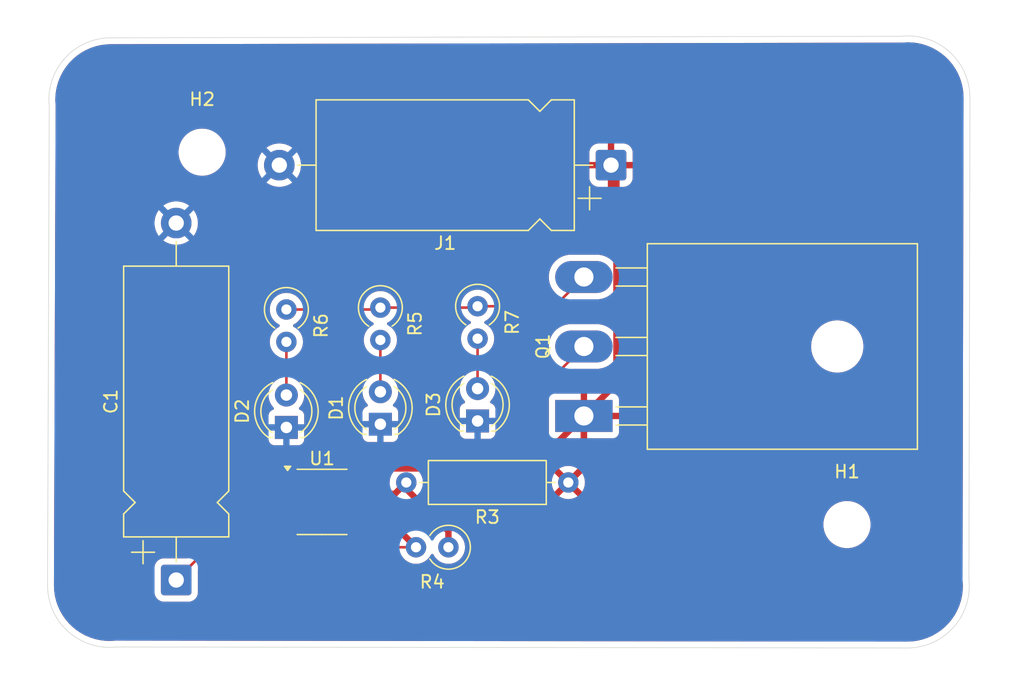
<source format=kicad_pcb>
(kicad_pcb (version 20241229) (generator "pcbnew") (generator_version "9.0")
  (layers (0 "F.Cu" signal) (2 "B.Cu" signal) (13 "F.Paste" user) (15 "B.Paste" user) (5 "F.SilkS" user "F.Silkscreen") (7 "B.SilkS" user "B.Silkscreen") (1 "F.Mask" user) (3 "B.Mask" user) (25 "Edge.Cuts" user))
  (net 0 "")
  (net 1 "GND")
  (net 2 "/THR")
  (net 3 "Net-(D1-A)")
  (net 4 "Net-(D2-A)")
  (net 5 "Net-(D3-A)")
  (net 6 "+9V")
  (net 7 "Net-(Q1-G)")
  (net 8 "Net-(Q1-S)")
  (net 9 "Net-(U1-DIS)")
  (footprint "LED_THT:LED_D4.0mm" (layer "F.Cu") (at 83.154 61.976 90)
    (property "Reference" "D1" (at 1.27 -3.46 90) (layer "F.SilkS"))
    (property "Value" "RED_LED")
    (fp_line (start -0.79 -1.399) (end -0.79 -1.08) (stroke (width 0.12)) (layer "F.SilkS"))
    (fp_line (start -0.79 1.08) (end -0.79 1.399) (stroke (width 0.12)) (layer "F.SilkS"))
    (fp_arc (start -0.79 -1.398749) (mid 1.45392 -2.483198) (end 3.513591 -1.08) (stroke (width 0.12)) (layer "F.SilkS"))
    (fp_arc (start -0.41333 -1.08) (mid 1.27 -2) (end 2.95333 -1.08) (stroke (width 0.12)) (layer "F.SilkS"))
    (fp_arc (start 3.513591 1.08) (mid 1.45392 2.483198) (end -0.79 1.398749) (stroke (width 0.12)) (layer "F.SilkS"))
    (fp_arc (start 2.95333 1.08) (mid 1.27 2) (end -0.41333 1.08) (stroke (width 0.12)) (layer "F.SilkS"))
    (pad "1" thru_hole rect (at 0 0 90) (size 1.8 1.8) (drill 0.9) (layers "*.Cu" "*.Mask") (net 1 "GND"))
    (pad "2" thru_hole circle (at 2.54 0 90) (size 1.8 1.8) (drill 0.9) (layers "*.Cu" "*.Mask") (net 3 "Net-(D1-A)"))
  )
  (footprint "Resistor_THT:R_Axial_DIN0309_L9.0mm_D3.2mm_P2.54mm_Vertical" (layer "F.Cu") (at 88.488 71.628 180)
    (property "Reference" "R4" (at 1.27 -2.72 0) (layer "F.SilkS"))
    (property "Value" "50K")
    (fp_arc (start 1.453272 0.92) (mid -1.72 0) (end 1.453272 -0.92) (stroke (width 0.12)) (layer "F.SilkS"))
    (pad "1" thru_hole circle (at 0 0 180) (size 1.6 1.6) (drill 0.8) (layers "*.Cu" "*.Mask") (net 9 "Net-(U1-DIS)"))
    (pad "2" thru_hole circle (at 2.54 0 180) (size 1.6 1.6) (drill 0.8) (layers "*.Cu" "*.Mask") (net 2 "/THR"))
  )
  (footprint "Resistor_THT:R_Axial_DIN0309_L9.0mm_D3.2mm_P12.70mm_Horizontal" (layer "F.Cu") (at 97.886 66.548 180)
    (property "Reference" "R3" (at 6.35 -2.72 0) (layer "F.SilkS"))
    (property "Value" "R_US")
    (fp_line (start 11.66 0) (end 10.97 0) (stroke (width 0.12)) (layer "F.SilkS"))
    (fp_line (start 1.04 0) (end 1.73 0) (stroke (width 0.12)) (layer "F.SilkS"))
    (fp_rect (start 1.73 -1.72) (end 10.97 1.72) (stroke (width 0.12)) (fill no) (layer "F.SilkS"))
    (pad "1" thru_hole circle (at 0 0 180) (size 1.6 1.6) (drill 0.8) (layers "*.Cu" "*.Mask") (net 6 "+9V"))
    (pad "2" thru_hole circle (at 12.7 0 180) (size 1.6 1.6) (drill 0.8) (layers "*.Cu" "*.Mask") (net 9 "Net-(U1-DIS)"))
  )
  (footprint "Package_TO_SOT_THT:TO-247-3_Horizontal_TabUp" (layer "F.Cu") (at 99.108 61.33 90)
    (property "Reference" "Q1" (at 5.45 -3.2 90) (layer "F.SilkS"))
    (property "Value" "NMOS")
    (fp_line (start 13.51 4.97) (end 13.51 26.14) (stroke (width 0.12)) (layer "F.SilkS"))
    (fp_line (start 11.61 4.97) (end 11.61 2.51) (stroke (width 0.12)) (layer "F.SilkS"))
    (fp_line (start 10.19 4.97) (end 10.19 2.51) (stroke (width 0.12)) (layer "F.SilkS"))
    (fp_line (start 6.16 4.97) (end 6.16 2.51) (stroke (width 0.12)) (layer "F.SilkS"))
    (fp_line (start 4.74 4.97) (end 4.74 2.51) (stroke (width 0.12)) (layer "F.SilkS"))
    (fp_line (start 0.71 4.97) (end 0.71 2.51) (stroke (width 0.12)) (layer "F.SilkS"))
    (fp_line (start -0.71 4.97) (end -0.71 2.51) (stroke (width 0.12)) (layer "F.SilkS"))
    (fp_line (start -2.61 4.97) (end 13.51 4.97) (stroke (width 0.12)) (layer "F.SilkS"))
    (fp_line (start -2.61 4.97) (end -2.61 26.14) (stroke (width 0.12)) (layer "F.SilkS"))
    (fp_line (start -2.61 26.14) (end 13.51 26.14) (stroke (width 0.12)) (layer "F.SilkS"))
    (pad "" np_thru_hole circle (at 5.45 19.86 90) (size 3.6 3.6) (drill 3.6) (layers "*.Cu" "*.Mask"))
    (pad "1" thru_hole rect (at 0 0 90) (size 2.5 4.5) (drill 1.5) (layers "*.Cu" "*.Mask") (net 6 "+9V"))
    (pad "2" thru_hole oval (at 5.45 0 90) (size 2.5 4.5) (drill 1.5) (layers "*.Cu" "*.Mask") (net 7 "Net-(Q1-G)"))
    (pad "3" thru_hole oval (at 10.9 0 90) (size 2.5 4.5) (drill 1.5) (layers "*.Cu" "*.Mask") (net 8 "Net-(Q1-S)"))
  )
  (footprint "LED_THT:LED_D4.0mm" (layer "F.Cu") (at 90.774 61.722 90)
    (property "Reference" "D3" (at 1.27 -3.46 90) (layer "F.SilkS"))
    (property "Value" "BLUE_LED")
    (fp_line (start -0.79 -1.399) (end -0.79 -1.08) (stroke (width 0.12)) (layer "F.SilkS"))
    (fp_line (start -0.79 1.08) (end -0.79 1.399) (stroke (width 0.12)) (layer "F.SilkS"))
    (fp_arc (start -0.79 -1.398749) (mid 1.45392 -2.483198) (end 3.513591 -1.08) (stroke (width 0.12)) (layer "F.SilkS"))
    (fp_arc (start -0.41333 -1.08) (mid 1.27 -2) (end 2.95333 -1.08) (stroke (width 0.12)) (layer "F.SilkS"))
    (fp_arc (start 3.513591 1.08) (mid 1.45392 2.483198) (end -0.79 1.398749) (stroke (width 0.12)) (layer "F.SilkS"))
    (fp_arc (start 2.95333 1.08) (mid 1.27 2) (end -0.41333 1.08) (stroke (width 0.12)) (layer "F.SilkS"))
    (pad "1" thru_hole rect (at 0 0 90) (size 1.8 1.8) (drill 0.9) (layers "*.Cu" "*.Mask") (net 1 "GND"))
    (pad "2" thru_hole circle (at 2.54 0 90) (size 1.8 1.8) (drill 0.9) (layers "*.Cu" "*.Mask") (net 5 "Net-(D3-A)"))
  )
  (footprint "LED_THT:LED_D4.0mm" (layer "F.Cu") (at 75.788 62.23 90)
    (property "Reference" "D2" (at 1.27 -3.46 90) (layer "F.SilkS"))
    (property "Value" "GREEN_LED")
    (fp_line (start -0.79 -1.399) (end -0.79 -1.08) (stroke (width 0.12)) (layer "F.SilkS"))
    (fp_line (start -0.79 1.08) (end -0.79 1.399) (stroke (width 0.12)) (layer "F.SilkS"))
    (fp_arc (start -0.79 -1.398749) (mid 1.45392 -2.483198) (end 3.513591 -1.08) (stroke (width 0.12)) (layer "F.SilkS"))
    (fp_arc (start -0.41333 -1.08) (mid 1.27 -2) (end 2.95333 -1.08) (stroke (width 0.12)) (layer "F.SilkS"))
    (fp_arc (start 3.513591 1.08) (mid 1.45392 2.483198) (end -0.79 1.398749) (stroke (width 0.12)) (layer "F.SilkS"))
    (fp_arc (start 2.95333 1.08) (mid 1.27 2) (end -0.41333 1.08) (stroke (width 0.12)) (layer "F.SilkS"))
    (pad "1" thru_hole rect (at 0 0 90) (size 1.8 1.8) (drill 0.9) (layers "*.Cu" "*.Mask") (net 1 "GND"))
    (pad "2" thru_hole circle (at 2.54 0 90) (size 1.8 1.8) (drill 0.9) (layers "*.Cu" "*.Mask") (net 4 "Net-(D2-A)"))
  )
  (footprint "MountingHole:MountingHole_3.2mm_M3" (layer "F.Cu") (at 69.184 40.64)
    (property "Reference" "H2" (at 0 -4.15 0) (layer "F.SilkS"))
    (property "Value" "MountingHole")
    (pad "" np_thru_hole circle (at 0 0) (size 3.2 3.2) (drill 3.2) (layers "*.Cu" "*.Mask"))
  )
  (footprint "Package_SO:SOIC-8_3.9x4.9mm_P1.27mm" (layer "F.Cu") (at 78.582 68.072)
    (property "Reference" "U1" (at 0 -3.4 0) (layer "F.SilkS"))
    (property "Value" "LM555xM")
    (fp_line (start 0 -2.56) (end -1.95 -2.56) (stroke (width 0.12)) (layer "F.SilkS"))
    (fp_line (start 0 -2.56) (end 1.95 -2.56) (stroke (width 0.12)) (layer "F.SilkS"))
    (fp_line (start 0 2.56) (end -1.95 2.56) (stroke (width 0.12)) (layer "F.SilkS"))
    (fp_line (start 0 2.56) (end 1.95 2.56) (stroke (width 0.12)) (layer "F.SilkS"))
    (fp_poly (pts (xy -2.7 -2.465) (xy -2.94 -2.795) (xy -2.46 -2.795)) (stroke (width 0.12)) (fill yes) (layer "F.SilkS"))
    (pad "1" smd roundrect (at -2.475 -1.905) (size 1.95 0.6) (layers "F.Cu" "F.Mask" "F.Paste") (net 1 "GND"))
    (pad "2" smd roundrect (at -2.475 -0.635) (size 1.95 0.6) (layers "F.Cu" "F.Mask" "F.Paste") (net 2 "/THR"))
    (pad "3" smd roundrect (at -2.475 0.635) (size 1.95 0.6) (layers "F.Cu" "F.Mask" "F.Paste") (net 7 "Net-(Q1-G)"))
    (pad "4" smd roundrect (at -2.475 1.905) (size 1.95 0.6) (layers "F.Cu" "F.Mask" "F.Paste") (net 6 "+9V"))
    (pad "5" smd roundrect (at 2.475 1.905) (size 1.95 0.6) (layers "F.Cu" "F.Mask" "F.Paste"))
    (pad "6" smd roundrect (at 2.475 0.635) (size 1.95 0.6) (layers "F.Cu" "F.Mask" "F.Paste") (net 2 "/THR"))
    (pad "7" smd roundrect (at 2.475 -0.635) (size 1.95 0.6) (layers "F.Cu" "F.Mask" "F.Paste") (net 9 "Net-(U1-DIS)"))
    (pad "8" smd roundrect (at 2.475 -1.905) (size 1.95 0.6) (layers "F.Cu" "F.Mask" "F.Paste") (net 6 "+9V"))
  )
  (footprint "Capacitor_THT:CP_Axial_L21.0mm_D8.0mm_P28.00mm_Horizontal" (layer "F.Cu") (at 67.152 74.198 90)
    (property "Reference" "C1" (at 14 -5.12 90) (layer "F.SilkS"))
    (property "Value" "C_Polarized")
    (fp_line (start 24.62 -4.12) (end 24.62 4.12) (stroke (width 0.12)) (layer "F.SilkS"))
    (fp_line (start 6.98 -4.12) (end 24.62 -4.12) (stroke (width 0.12)) (layer "F.SilkS"))
    (fp_line (start 5.18 -4.12) (end 6.08 -3.22) (stroke (width 0.12)) (layer "F.SilkS"))
    (fp_line (start 3.38 -4.12) (end 5.18 -4.12) (stroke (width 0.12)) (layer "F.SilkS"))
    (fp_line (start 3.38 -4.12) (end 3.38 4.12) (stroke (width 0.12)) (layer "F.SilkS"))
    (fp_line (start 2.18 -3.5) (end 2.18 -1.7) (stroke (width 0.12)) (layer "F.SilkS"))
    (fp_line (start 6.08 -3.22) (end 6.98 -4.12) (stroke (width 0.12)) (layer "F.SilkS"))
    (fp_line (start 1.28 -2.6) (end 3.08 -2.6) (stroke (width 0.12)) (layer "F.SilkS"))
    (fp_line (start 26.56 0) (end 24.62 0) (stroke (width 0.12)) (layer "F.SilkS"))
    (fp_line (start 1.44 0) (end 3.38 0) (stroke (width 0.12)) (layer "F.SilkS"))
    (fp_line (start 6.08 3.22) (end 6.98 4.12) (stroke (width 0.12)) (layer "F.SilkS"))
    (fp_line (start 6.98 4.12) (end 24.62 4.12) (stroke (width 0.12)) (layer "F.SilkS"))
    (fp_line (start 5.18 4.12) (end 6.08 3.22) (stroke (width 0.12)) (layer "F.SilkS"))
    (fp_line (start 3.38 4.12) (end 5.18 4.12) (stroke (width 0.12)) (layer "F.SilkS"))
    (pad "1" thru_hole roundrect (at 0 0 90) (size 2.4 2.4) (drill 1.2) (layers "*.Cu" "*.Mask") (roundrect_rratio 0.104167) (net 2 "/THR"))
    (pad "2" thru_hole circle (at 28 0 90) (size 2.4 2.4) (drill 1.2) (layers "*.Cu" "*.Mask") (net 1 "GND"))
  )
  (footprint "Resistor_THT:R_Axial_DIN0309_L9.0mm_D3.2mm_P2.54mm_Vertical" (layer "F.Cu") (at 83.154 52.832 -90)
    (property "Reference" "R5" (at 1.27 -2.72 90) (layer "F.SilkS"))
    (property "Value" "500")
    (fp_arc (start 1.453272 0.92) (mid -1.72 0) (end 1.453272 -0.92) (stroke (width 0.12)) (layer "F.SilkS"))
    (pad "1" thru_hole circle (at 0 0 270) (size 1.6 1.6) (drill 0.8) (layers "*.Cu" "*.Mask") (net 8 "Net-(Q1-S)"))
    (pad "2" thru_hole circle (at 2.54 0 270) (size 1.6 1.6) (drill 0.8) (layers "*.Cu" "*.Mask") (net 3 "Net-(D1-A)"))
  )
  (footprint "MountingHole:MountingHole_3.2mm_M3" (layer "F.Cu") (at 119.73 69.85)
    (property "Reference" "H1" (at 0 -4.15 0) (layer "F.SilkS"))
    (property "Value" "MountingHole")
    (pad "" np_thru_hole circle (at 0 0) (size 3.2 3.2) (drill 3.2) (layers "*.Cu" "*.Mask"))
  )
  (footprint "Capacitor_THT:CP_Axial_L20.0mm_D10.0mm_P26.00mm_Horizontal" (layer "F.Cu") (at 101.234 41.656 180)
    (property "Reference" "J1" (at 13 -6.12 0) (layer "F.SilkS"))
    (property "Value" "Conn_01x02")
    (fp_line (start 24.56 0) (end 23.12 0) (stroke (width 0.12)) (layer "F.SilkS"))
    (fp_line (start 23.12 -5.12) (end 23.12 5.12) (stroke (width 0.12)) (layer "F.SilkS"))
    (fp_line (start 6.48 5.12) (end 23.12 5.12) (stroke (width 0.12)) (layer "F.SilkS"))
    (fp_line (start 6.48 -5.12) (end 23.12 -5.12) (stroke (width 0.12)) (layer "F.SilkS"))
    (fp_line (start 5.58 4.22) (end 6.48 5.12) (stroke (width 0.12)) (layer "F.SilkS"))
    (fp_line (start 5.58 -4.22) (end 6.48 -5.12) (stroke (width 0.12)) (layer "F.SilkS"))
    (fp_line (start 4.68 5.12) (end 5.58 4.22) (stroke (width 0.12)) (layer "F.SilkS"))
    (fp_line (start 4.68 -5.12) (end 5.58 -4.22) (stroke (width 0.12)) (layer "F.SilkS"))
    (fp_line (start 2.88 5.12) (end 4.68 5.12) (stroke (width 0.12)) (layer "F.SilkS"))
    (fp_line (start 2.88 -5.12) (end 4.68 -5.12) (stroke (width 0.12)) (layer "F.SilkS"))
    (fp_line (start 2.88 -5.12) (end 2.88 5.12) (stroke (width 0.12)) (layer "F.SilkS"))
    (fp_line (start 1.68 -3.5) (end 1.68 -1.7) (stroke (width 0.12)) (layer "F.SilkS"))
    (fp_line (start 1.44 0) (end 2.88 0) (stroke (width 0.12)) (layer "F.SilkS"))
    (fp_line (start 0.78 -2.6) (end 2.58 -2.6) (stroke (width 0.12)) (layer "F.SilkS"))
    (pad "1" thru_hole roundrect (at 0 0 180) (size 2.4 2.4) (drill 1.2) (layers "*.Cu" "*.Mask") (roundrect_rratio 0.104167) (net 6 "+9V"))
    (pad "2" thru_hole circle (at 26 0 180) (size 2.4 2.4) (drill 1.2) (layers "*.Cu" "*.Mask") (net 1 "GND"))
  )
  (footprint "Resistor_THT:R_Axial_DIN0309_L9.0mm_D3.2mm_P2.54mm_Vertical" (layer "F.Cu") (at 75.788 52.978 -90)
    (property "Reference" "R6" (at 1.27 -2.72 90) (layer "F.SilkS"))
    (property "Value" "500")
    (fp_arc (start 1.453272 0.92) (mid -1.72 0) (end 1.453272 -0.92) (stroke (width 0.12)) (layer "F.SilkS"))
    (pad "1" thru_hole circle (at 0 0 270) (size 1.6 1.6) (drill 0.8) (layers "*.Cu" "*.Mask") (net 8 "Net-(Q1-S)"))
    (pad "2" thru_hole circle (at 2.54 0 270) (size 1.6 1.6) (drill 0.8) (layers "*.Cu" "*.Mask") (net 4 "Net-(D2-A)"))
  )
  (footprint "Resistor_THT:R_Axial_DIN0309_L9.0mm_D3.2mm_P2.54mm_Vertical" (layer "F.Cu") (at 90.774 52.724 -90)
    (property "Reference" "R7" (at 1.27 -2.72 90) (layer "F.SilkS"))
    (property "Value" "500")
    (fp_arc (start 1.453272 0.92) (mid -1.72 0) (end 1.453272 -0.92) (stroke (width 0.12)) (layer "F.SilkS"))
    (pad "1" thru_hole circle (at 0 0 270) (size 1.6 1.6) (drill 0.8) (layers "*.Cu" "*.Mask") (net 8 "Net-(Q1-S)"))
    (pad "2" thru_hole circle (at 2.54 0 270) (size 1.6 1.6) (drill 0.8) (layers "*.Cu" "*.Mask") (net 5 "Net-(D3-A)"))
  )
  (gr_line (start 124.007221 31.546487) (end 62.019524 31.668119) (stroke (width 0.05)) (layer "Edge.Cuts"))
  (gr_arc (start 124.007218 31.546487) (mid 127.762 32.766) (end 129.367881 36.372487) (stroke (width 0.05)) (layer "Edge.Cuts"))
  (gr_line (start 129.285999 74.168) (end 129.367873 36.372487) (stroke (width 0.05)) (layer "Edge.Cuts"))
  (gr_line (start 62.428782 79.451512) (end 124.46 79.528663) (stroke (width 0.05)) (layer "Edge.Cuts"))
  (gr_arc (start 57.200487 37.028782) (mid 58.42 33.274) (end 62.026487 31.668119) (stroke (width 0.05)) (layer "Edge.Cuts"))
  (gr_arc (start 62.428782 79.451513) (mid 58.674 78.232) (end 57.068119 74.625513) (stroke (width 0.05)) (layer "Edge.Cuts"))
  (gr_arc (start 129.286 74.168) (mid 128.066487 77.922782) (end 124.46 79.528663) (stroke (width 0.05)) (layer "Edge.Cuts"))
  (gr_line (start 57.200487 37.028782) (end 57.068127 74.625513) (stroke (width 0.05)) (layer "Edge.Cuts"))
  (segment (start 85.948 71.628) (end 83.027 68.707) (width 0.5) (layer "F.Cu") (net 2))
  (segment (start 83.027 68.707) (end 81.057 68.707) (width 0.5) (layer "F.Cu") (net 2))
  (segment (start 67.152 74.198) (end 69.722 71.628) (width 0.2) (layer "F.Cu") (net 2))
  (segment (start 73.913 67.437) (end 76.107 67.437) (width 0.2) (layer "F.Cu") (net 2))
  (segment (start 67.152 74.198) (end 73.913 67.437) (width 0.2) (layer "F.Cu") (net 2))
  (segment (start 69.722 71.628) (end 85.948 71.628) (width 0.2) (layer "F.Cu") (net 2))
  (segment (start 83.154 55.372) (end 83.154 59.436) (width 0.2) (layer "F.Cu") (net 3))
  (segment (start 75.788 55.518) (end 75.788 59.69) (width 0.2) (layer "F.Cu") (net 4))
  (segment (start 90.774 55.264) (end 90.774 59.182) (width 0.2) (layer "F.Cu") (net 5))
  (segment (start 76.900032 69.977) (end 80.710032 66.167) (width 0.2) (layer "F.Cu") (net 6))
  (segment (start 81.777 65.447) (end 94.991 65.447) (width 0.5) (layer "F.Cu") (net 6))
  (segment (start 94.991 65.447) (end 99.108 61.33) (width 0.5) (layer "F.Cu") (net 6))
  (segment (start 101.659 58.779) (end 99.108 61.33) (width 0.5) (layer "F.Cu") (net 6))
  (segment (start 99.108 61.33) (end 99.108 65.326) (width 0.5) (layer "F.Cu") (net 6))
  (segment (start 80.710032 66.167) (end 81.057 66.167) (width 0.2) (layer "F.Cu") (net 6))
  (segment (start 81.057 66.167) (end 81.777 65.447) (width 0.5) (layer "F.Cu") (net 6))
  (segment (start 76.107 69.977) (end 76.900032 69.977) (width 0.2) (layer "F.Cu") (net 6))
  (segment (start 99.108 65.326) (end 97.886 66.548) (width 0.5) (layer "F.Cu") (net 6))
  (segment (start 101.659 42.081) (end 101.659 58.779) (width 0.5) (layer "F.Cu") (net 6))
  (segment (start 101.234 41.656) (end 101.659 42.081) (width 0.2) (layer "F.Cu") (net 6))
  (segment (start 96.266 63.392768) (end 96.266 58.722) (width 0.2) (layer "F.Cu") (net 7))
  (segment (start 95.069384 64.589384) (end 96.266 63.392768) (width 0.2) (layer "F.Cu") (net 7))
  (segment (start 96.266 58.722) (end 99.108 55.88) (width 0.2) (layer "F.Cu") (net 7))
  (segment (start 76.107 68.707) (end 77.081999 68.707) (width 0.2) (layer "F.Cu") (net 7))
  (segment (start 77.602932 68.186067) (end 77.602932 67.089125) (width 0.2) (layer "F.Cu") (net 7))
  (segment (start 77.602932 67.089125) (end 80.102673 64.589384) (width 0.2) (layer "F.Cu") (net 7))
  (segment (start 77.081999 68.707) (end 77.602932 68.186067) (width 0.2) (layer "F.Cu") (net 7))
  (segment (start 80.102673 64.589384) (end 95.069384 64.589384) (width 0.2) (layer "F.Cu") (net 7))
  (segment (start 83.262 52.978) (end 83.408 52.832) (width 0.2) (layer "F.Cu") (net 8))
  (segment (start 90.52 52.724) (end 96.814 52.724) (width 0.2) (layer "F.Cu") (net 8))
  (segment (start 75.788 52.978) (end 83.262 52.978) (width 0.2) (layer "F.Cu") (net 8))
  (segment (start 83.408 52.832) (end 90.412 52.832) (width 0.2) (layer "F.Cu") (net 8))
  (segment (start 96.814 52.724) (end 99.108 50.43) (width 0.2) (layer "F.Cu") (net 8))
  (segment (start 90.412 52.832) (end 90.52 52.724) (width 0.2) (layer "F.Cu") (net 8))
  (segment (start 85.186 66.548) (end 84.297 67.437) (width 0.5) (layer "F.Cu") (net 9))
  (segment (start 88.488 70.358) (end 88.488 71.628) (width 0.5) (layer "F.Cu") (net 9))
  (segment (start 85.186 67.056) (end 88.488 70.358) (width 0.5) (layer "F.Cu") (net 9))
  (segment (start 85.186 66.548) (end 85.186 67.056) (width 0.2) (layer "F.Cu") (net 9))
  (segment (start 84.297 67.437) (end 81.057 67.437) (width 0.5) (layer "F.Cu") (net 9))
  (zone (net 6) (net_name "+9V") (layer "F.Cu") (connect_pads (clearance 0.5)) (min_thickness 0.25) (fill yes (thermal_gap 0.5) (thermal_bridge_width 0.5))
    (polygon (pts (xy 132.588 82.804) (xy 132.334 28.956) (xy 53.34 28.702) (xy 53.848 83.058) (xy 133.604 83.058) (xy 132.334 82.804) (xy 132.842 82.804)))
  )
  (zone (net 1) (net_name "GND") (layer "B.Cu") (priority 1) (connect_pads (clearance 0.5)) (min_thickness 0.25) (fill yes (thermal_gap 0.5) (thermal_bridge_width 0.5))
    (polygon (pts (xy 132.334 29.21) (xy 132.842 83.058) (xy 53.34 82.804) (xy 53.594 28.702)))
  )
)
</source>
